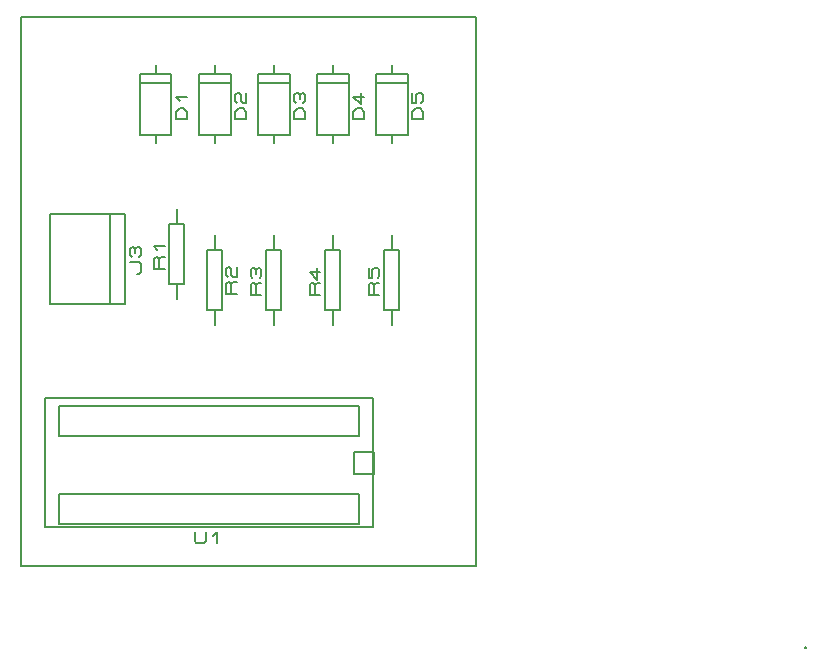
<source format=gbr>
G04 PROTEUS GERBER X2 FILE*
%TF.GenerationSoftware,Labcenter,Proteus,8.9-SP0-Build27865*%
%TF.CreationDate,2020-09-01T01:31:35+00:00*%
%TF.FileFunction,Legend,Top*%
%TF.FilePolarity,Positive*%
%TF.Part,Single*%
%TF.SameCoordinates,{645d2930-4b01-4661-932c-4068817f58a5}*%
%FSLAX45Y45*%
%MOMM*%
G01*
%TA.AperFunction,Material*%
%ADD15C,0.203200*%
%TD.AperFunction*%
D15*
X-8632080Y+7482920D02*
X-8365380Y+7482920D01*
X-8365380Y+8001080D01*
X-8632080Y+8001080D01*
X-8632080Y+7482920D01*
X-8367920Y+7919800D02*
X-8629540Y+7919800D01*
X-8500000Y+8072200D02*
X-8500000Y+8001080D01*
X-8500000Y+7482920D02*
X-8500000Y+7411800D01*
X-8233300Y+7615000D02*
X-8324740Y+7615000D01*
X-8324740Y+7678500D01*
X-8294260Y+7710250D01*
X-8263780Y+7710250D01*
X-8233300Y+7678500D01*
X-8233300Y+7615000D01*
X-8294260Y+7773750D02*
X-8324740Y+7805500D01*
X-8233300Y+7805500D01*
X-8132080Y+7482920D02*
X-7865380Y+7482920D01*
X-7865380Y+8001080D01*
X-8132080Y+8001080D01*
X-8132080Y+7482920D01*
X-7867920Y+7919800D02*
X-8129540Y+7919800D01*
X-8000000Y+8072200D02*
X-8000000Y+8001080D01*
X-8000000Y+7482920D02*
X-8000000Y+7411800D01*
X-7733300Y+7615000D02*
X-7824740Y+7615000D01*
X-7824740Y+7678500D01*
X-7794260Y+7710250D01*
X-7763780Y+7710250D01*
X-7733300Y+7678500D01*
X-7733300Y+7615000D01*
X-7809500Y+7757875D02*
X-7824740Y+7773750D01*
X-7824740Y+7821375D01*
X-7809500Y+7837250D01*
X-7794260Y+7837250D01*
X-7779020Y+7821375D01*
X-7779020Y+7773750D01*
X-7763780Y+7757875D01*
X-7733300Y+7757875D01*
X-7733300Y+7837250D01*
X-7632080Y+7482920D02*
X-7365380Y+7482920D01*
X-7365380Y+8001080D01*
X-7632080Y+8001080D01*
X-7632080Y+7482920D01*
X-7367920Y+7919800D02*
X-7629540Y+7919800D01*
X-7500000Y+8072200D02*
X-7500000Y+8001080D01*
X-7500000Y+7482920D02*
X-7500000Y+7411800D01*
X-7233300Y+7615000D02*
X-7324740Y+7615000D01*
X-7324740Y+7678500D01*
X-7294260Y+7710250D01*
X-7263780Y+7710250D01*
X-7233300Y+7678500D01*
X-7233300Y+7615000D01*
X-7309500Y+7757875D02*
X-7324740Y+7773750D01*
X-7324740Y+7821375D01*
X-7309500Y+7837250D01*
X-7294260Y+7837250D01*
X-7279020Y+7821375D01*
X-7263780Y+7837250D01*
X-7248540Y+7837250D01*
X-7233300Y+7821375D01*
X-7233300Y+7773750D01*
X-7248540Y+7757875D01*
X-7279020Y+7789625D02*
X-7279020Y+7821375D01*
X-7132080Y+7482920D02*
X-6865380Y+7482920D01*
X-6865380Y+8001080D01*
X-7132080Y+8001080D01*
X-7132080Y+7482920D01*
X-6867920Y+7919800D02*
X-7129540Y+7919800D01*
X-7000000Y+8072200D02*
X-7000000Y+8001080D01*
X-7000000Y+7482920D02*
X-7000000Y+7411800D01*
X-6733300Y+7615000D02*
X-6824740Y+7615000D01*
X-6824740Y+7678500D01*
X-6794260Y+7710250D01*
X-6763780Y+7710250D01*
X-6733300Y+7678500D01*
X-6733300Y+7615000D01*
X-6763780Y+7837250D02*
X-6763780Y+7742000D01*
X-6824740Y+7805500D01*
X-6733300Y+7805500D01*
X-6632080Y+7482920D02*
X-6365380Y+7482920D01*
X-6365380Y+8001080D01*
X-6632080Y+8001080D01*
X-6632080Y+7482920D01*
X-6367920Y+7919800D02*
X-6629540Y+7919800D01*
X-6500000Y+8072200D02*
X-6500000Y+8001080D01*
X-6500000Y+7482920D02*
X-6500000Y+7411800D01*
X-6233300Y+7615000D02*
X-6324740Y+7615000D01*
X-6324740Y+7678500D01*
X-6294260Y+7710250D01*
X-6263780Y+7710250D01*
X-6233300Y+7678500D01*
X-6233300Y+7615000D01*
X-6324740Y+7837250D02*
X-6324740Y+7757875D01*
X-6294260Y+7757875D01*
X-6294260Y+7821375D01*
X-6279020Y+7837250D01*
X-6248540Y+7837250D01*
X-6233300Y+7821375D01*
X-6233300Y+7773750D01*
X-6248540Y+7757875D01*
X-8320000Y+6097000D02*
X-8320000Y+6224000D01*
X-8383500Y+6224000D02*
X-8256500Y+6224000D01*
X-8256500Y+6732000D01*
X-8383500Y+6732000D01*
X-8383500Y+6224000D01*
X-8320000Y+6732000D02*
X-8320000Y+6859000D01*
X-8424140Y+6351000D02*
X-8515580Y+6351000D01*
X-8515580Y+6430375D01*
X-8500340Y+6446250D01*
X-8485100Y+6446250D01*
X-8469860Y+6430375D01*
X-8469860Y+6351000D01*
X-8469860Y+6430375D02*
X-8454620Y+6446250D01*
X-8424140Y+6446250D01*
X-8485100Y+6509750D02*
X-8515580Y+6541500D01*
X-8424140Y+6541500D01*
X-8000000Y+5877000D02*
X-8000000Y+6004000D01*
X-8063500Y+6004000D02*
X-7936500Y+6004000D01*
X-7936500Y+6512000D01*
X-8063500Y+6512000D01*
X-8063500Y+6004000D01*
X-8000000Y+6512000D02*
X-8000000Y+6639000D01*
X-7814140Y+6141000D02*
X-7905580Y+6141000D01*
X-7905580Y+6220375D01*
X-7890340Y+6236250D01*
X-7875100Y+6236250D01*
X-7859860Y+6220375D01*
X-7859860Y+6141000D01*
X-7859860Y+6220375D02*
X-7844620Y+6236250D01*
X-7814140Y+6236250D01*
X-7890340Y+6283875D02*
X-7905580Y+6299750D01*
X-7905580Y+6347375D01*
X-7890340Y+6363250D01*
X-7875100Y+6363250D01*
X-7859860Y+6347375D01*
X-7859860Y+6299750D01*
X-7844620Y+6283875D01*
X-7814140Y+6283875D01*
X-7814140Y+6363250D01*
X-7500000Y+5877000D02*
X-7500000Y+6004000D01*
X-7563500Y+6004000D02*
X-7436500Y+6004000D01*
X-7436500Y+6512000D01*
X-7563500Y+6512000D01*
X-7563500Y+6004000D01*
X-7500000Y+6512000D02*
X-7500000Y+6639000D01*
X-7604140Y+6131000D02*
X-7695580Y+6131000D01*
X-7695580Y+6210375D01*
X-7680340Y+6226250D01*
X-7665100Y+6226250D01*
X-7649860Y+6210375D01*
X-7649860Y+6131000D01*
X-7649860Y+6210375D02*
X-7634620Y+6226250D01*
X-7604140Y+6226250D01*
X-7680340Y+6273875D02*
X-7695580Y+6289750D01*
X-7695580Y+6337375D01*
X-7680340Y+6353250D01*
X-7665100Y+6353250D01*
X-7649860Y+6337375D01*
X-7634620Y+6353250D01*
X-7619380Y+6353250D01*
X-7604140Y+6337375D01*
X-7604140Y+6289750D01*
X-7619380Y+6273875D01*
X-7649860Y+6305625D02*
X-7649860Y+6337375D01*
X-7000000Y+5877000D02*
X-7000000Y+6004000D01*
X-7063500Y+6004000D02*
X-6936500Y+6004000D01*
X-6936500Y+6512000D01*
X-7063500Y+6512000D01*
X-7063500Y+6004000D01*
X-7000000Y+6512000D02*
X-7000000Y+6639000D01*
X-7104140Y+6131000D02*
X-7195580Y+6131000D01*
X-7195580Y+6210375D01*
X-7180340Y+6226250D01*
X-7165100Y+6226250D01*
X-7149860Y+6210375D01*
X-7149860Y+6131000D01*
X-7149860Y+6210375D02*
X-7134620Y+6226250D01*
X-7104140Y+6226250D01*
X-7134620Y+6353250D02*
X-7134620Y+6258000D01*
X-7195580Y+6321500D01*
X-7104140Y+6321500D01*
X-6500000Y+5877000D02*
X-6500000Y+6004000D01*
X-6563500Y+6004000D02*
X-6436500Y+6004000D01*
X-6436500Y+6512000D01*
X-6563500Y+6512000D01*
X-6563500Y+6004000D01*
X-6500000Y+6512000D02*
X-6500000Y+6639000D01*
X-6604140Y+6131000D02*
X-6695580Y+6131000D01*
X-6695580Y+6210375D01*
X-6680340Y+6226250D01*
X-6665100Y+6226250D01*
X-6649860Y+6210375D01*
X-6649860Y+6131000D01*
X-6649860Y+6210375D02*
X-6634620Y+6226250D01*
X-6604140Y+6226250D01*
X-6695580Y+6353250D02*
X-6695580Y+6273875D01*
X-6665100Y+6273875D01*
X-6665100Y+6337375D01*
X-6649860Y+6353250D01*
X-6619380Y+6353250D01*
X-6604140Y+6337375D01*
X-6604140Y+6289750D01*
X-6619380Y+6273875D01*
X-9640000Y+3830000D02*
X-5790000Y+3830000D01*
X-5790000Y+8480000D01*
X-9640000Y+8480000D01*
X-9640000Y+3830000D01*
X-9394000Y+6056000D02*
X-8759000Y+6056000D01*
X-8759000Y+6818000D01*
X-9394000Y+6818000D01*
X-9394000Y+6056000D01*
X-8886000Y+6818000D02*
X-8886000Y+6056000D01*
X-8657400Y+6310000D02*
X-8642160Y+6310000D01*
X-8626920Y+6325875D01*
X-8626920Y+6389375D01*
X-8642160Y+6405250D01*
X-8718360Y+6405250D01*
X-8703120Y+6452875D02*
X-8718360Y+6468750D01*
X-8718360Y+6516375D01*
X-8703120Y+6532250D01*
X-8687880Y+6532250D01*
X-8672640Y+6516375D01*
X-8657400Y+6532250D01*
X-8642160Y+6532250D01*
X-8626920Y+6516375D01*
X-8626920Y+6468750D01*
X-8642160Y+6452875D01*
X-8672640Y+6484625D02*
X-8672640Y+6516375D01*
X-3000000Y+3140000D02*
X-2990000Y+3140000D01*
X-2990000Y+3150000D01*
X-3000000Y+3150000D01*
X-3000000Y+3140000D01*
X-9438000Y+4160000D02*
X-6658000Y+4160000D01*
X-6658000Y+5260000D01*
X-9438000Y+5260000D01*
X-9438000Y+4160000D01*
X-9321000Y+4193000D02*
X-6781000Y+4193000D01*
X-6781000Y+4447000D01*
X-9321000Y+4447000D01*
X-9321000Y+4193000D01*
X-9319000Y+4933000D02*
X-6779000Y+4933000D01*
X-6779000Y+5187000D01*
X-9319000Y+5187000D01*
X-9319000Y+4933000D01*
X-6818000Y+4610000D02*
X-6648000Y+4610000D01*
X-6648000Y+4800000D01*
X-6818000Y+4800000D01*
X-6818000Y+4610000D01*
X-8170000Y+4119360D02*
X-8170000Y+4043160D01*
X-8154125Y+4027920D01*
X-8090625Y+4027920D01*
X-8074750Y+4043160D01*
X-8074750Y+4119360D01*
X-8011250Y+4088880D02*
X-7979500Y+4119360D01*
X-7979500Y+4027920D01*
M02*

</source>
